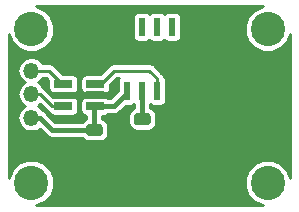
<source format=gtl>
G04 #@! TF.GenerationSoftware,KiCad,Pcbnew,(5.0.0)*
G04 #@! TF.CreationDate,2019-03-01T21:50:28+00:00*
G04 #@! TF.ProjectId,AS5600_I2C_v1,4153353630305F4932435F76312E6B69,rev?*
G04 #@! TF.SameCoordinates,Original*
G04 #@! TF.FileFunction,Copper,L1,Top,Signal*
G04 #@! TF.FilePolarity,Positive*
%FSLAX46Y46*%
G04 Gerber Fmt 4.6, Leading zero omitted, Abs format (unit mm)*
G04 Created by KiCad (PCBNEW (5.0.0)) date 03/01/19 21:50:28*
%MOMM*%
%LPD*%
G01*
G04 APERTURE LIST*
G04 #@! TA.AperFunction,WasherPad*
%ADD10C,2.900000*%
G04 #@! TD*
G04 #@! TA.AperFunction,ComponentPad*
%ADD11O,1.350000X1.350000*%
G04 #@! TD*
G04 #@! TA.AperFunction,ComponentPad*
%ADD12R,1.350000X1.350000*%
G04 #@! TD*
G04 #@! TA.AperFunction,SMDPad,CuDef*
%ADD13R,1.560000X0.650000*%
G04 #@! TD*
G04 #@! TA.AperFunction,Conductor*
%ADD14C,0.100000*%
G04 #@! TD*
G04 #@! TA.AperFunction,SMDPad,CuDef*
%ADD15C,0.975000*%
G04 #@! TD*
G04 #@! TA.AperFunction,SMDPad,CuDef*
%ADD16R,0.600000X1.550000*%
G04 #@! TD*
G04 #@! TA.AperFunction,Conductor*
%ADD17C,0.400000*%
G04 #@! TD*
G04 #@! TA.AperFunction,Conductor*
%ADD18C,0.250000*%
G04 #@! TD*
G04 #@! TA.AperFunction,Conductor*
%ADD19C,0.254000*%
G04 #@! TD*
G04 APERTURE END LIST*
D10*
G04 #@! TO.P,2.5mm ,*
G04 #@! TO.N,*
X172000000Y-59000000D03*
G04 #@! TD*
D11*
G04 #@! TO.P,J1,4*
G04 #@! TO.N,SDA*
X152000000Y-62500000D03*
G04 #@! TO.P,J1,3*
G04 #@! TO.N,SCL*
X152000000Y-64500000D03*
G04 #@! TO.P,J1,2*
G04 #@! TO.N,+5V*
X152000000Y-66500000D03*
D12*
G04 #@! TO.P,J1,1*
G04 #@! TO.N,GND*
X152000000Y-68500000D03*
G04 #@! TD*
D10*
G04 #@! TO.P,2.5mm ,*
G04 #@! TO.N,*
X152000000Y-59000000D03*
G04 #@! TD*
D13*
G04 #@! TO.P,U2,5*
G04 #@! TO.N,SCL*
X154714000Y-65530000D03*
G04 #@! TO.P,U2,4*
G04 #@! TO.N,SDA*
X154714000Y-63630000D03*
G04 #@! TO.P,U2,3*
G04 #@! TO.N,ANALOG*
X157414000Y-63630000D03*
G04 #@! TO.P,U2,2*
G04 #@! TO.N,GND*
X157414000Y-64580000D03*
G04 #@! TO.P,U2,1*
G04 #@! TO.N,+5V*
X157414000Y-65530000D03*
G04 #@! TD*
D14*
G04 #@! TO.N,Net-(C2-Pad1)*
G04 #@! TO.C,C2*
G36*
X161878142Y-66125674D02*
X161901803Y-66129184D01*
X161925007Y-66134996D01*
X161947529Y-66143054D01*
X161969153Y-66153282D01*
X161989670Y-66165579D01*
X162008883Y-66179829D01*
X162026607Y-66195893D01*
X162042671Y-66213617D01*
X162056921Y-66232830D01*
X162069218Y-66253347D01*
X162079446Y-66274971D01*
X162087504Y-66297493D01*
X162093316Y-66320697D01*
X162096826Y-66344358D01*
X162098000Y-66368250D01*
X162098000Y-66855750D01*
X162096826Y-66879642D01*
X162093316Y-66903303D01*
X162087504Y-66926507D01*
X162079446Y-66949029D01*
X162069218Y-66970653D01*
X162056921Y-66991170D01*
X162042671Y-67010383D01*
X162026607Y-67028107D01*
X162008883Y-67044171D01*
X161989670Y-67058421D01*
X161969153Y-67070718D01*
X161947529Y-67080946D01*
X161925007Y-67089004D01*
X161901803Y-67094816D01*
X161878142Y-67098326D01*
X161854250Y-67099500D01*
X160941750Y-67099500D01*
X160917858Y-67098326D01*
X160894197Y-67094816D01*
X160870993Y-67089004D01*
X160848471Y-67080946D01*
X160826847Y-67070718D01*
X160806330Y-67058421D01*
X160787117Y-67044171D01*
X160769393Y-67028107D01*
X160753329Y-67010383D01*
X160739079Y-66991170D01*
X160726782Y-66970653D01*
X160716554Y-66949029D01*
X160708496Y-66926507D01*
X160702684Y-66903303D01*
X160699174Y-66879642D01*
X160698000Y-66855750D01*
X160698000Y-66368250D01*
X160699174Y-66344358D01*
X160702684Y-66320697D01*
X160708496Y-66297493D01*
X160716554Y-66274971D01*
X160726782Y-66253347D01*
X160739079Y-66232830D01*
X160753329Y-66213617D01*
X160769393Y-66195893D01*
X160787117Y-66179829D01*
X160806330Y-66165579D01*
X160826847Y-66153282D01*
X160848471Y-66143054D01*
X160870993Y-66134996D01*
X160894197Y-66129184D01*
X160917858Y-66125674D01*
X160941750Y-66124500D01*
X161854250Y-66124500D01*
X161878142Y-66125674D01*
X161878142Y-66125674D01*
G37*
D15*
G04 #@! TD*
G04 #@! TO.P,C2,1*
G04 #@! TO.N,Net-(C2-Pad1)*
X161398000Y-66612000D03*
D14*
G04 #@! TO.N,GND*
G04 #@! TO.C,C2*
G36*
X161878142Y-68000674D02*
X161901803Y-68004184D01*
X161925007Y-68009996D01*
X161947529Y-68018054D01*
X161969153Y-68028282D01*
X161989670Y-68040579D01*
X162008883Y-68054829D01*
X162026607Y-68070893D01*
X162042671Y-68088617D01*
X162056921Y-68107830D01*
X162069218Y-68128347D01*
X162079446Y-68149971D01*
X162087504Y-68172493D01*
X162093316Y-68195697D01*
X162096826Y-68219358D01*
X162098000Y-68243250D01*
X162098000Y-68730750D01*
X162096826Y-68754642D01*
X162093316Y-68778303D01*
X162087504Y-68801507D01*
X162079446Y-68824029D01*
X162069218Y-68845653D01*
X162056921Y-68866170D01*
X162042671Y-68885383D01*
X162026607Y-68903107D01*
X162008883Y-68919171D01*
X161989670Y-68933421D01*
X161969153Y-68945718D01*
X161947529Y-68955946D01*
X161925007Y-68964004D01*
X161901803Y-68969816D01*
X161878142Y-68973326D01*
X161854250Y-68974500D01*
X160941750Y-68974500D01*
X160917858Y-68973326D01*
X160894197Y-68969816D01*
X160870993Y-68964004D01*
X160848471Y-68955946D01*
X160826847Y-68945718D01*
X160806330Y-68933421D01*
X160787117Y-68919171D01*
X160769393Y-68903107D01*
X160753329Y-68885383D01*
X160739079Y-68866170D01*
X160726782Y-68845653D01*
X160716554Y-68824029D01*
X160708496Y-68801507D01*
X160702684Y-68778303D01*
X160699174Y-68754642D01*
X160698000Y-68730750D01*
X160698000Y-68243250D01*
X160699174Y-68219358D01*
X160702684Y-68195697D01*
X160708496Y-68172493D01*
X160716554Y-68149971D01*
X160726782Y-68128347D01*
X160739079Y-68107830D01*
X160753329Y-68088617D01*
X160769393Y-68070893D01*
X160787117Y-68054829D01*
X160806330Y-68040579D01*
X160826847Y-68028282D01*
X160848471Y-68018054D01*
X160870993Y-68009996D01*
X160894197Y-68004184D01*
X160917858Y-68000674D01*
X160941750Y-67999500D01*
X161854250Y-67999500D01*
X161878142Y-68000674D01*
X161878142Y-68000674D01*
G37*
D15*
G04 #@! TD*
G04 #@! TO.P,C2,2*
G04 #@! TO.N,GND*
X161398000Y-68487000D03*
D14*
G04 #@! TO.N,+5V*
G04 #@! TO.C,C1*
G36*
X157814142Y-67044674D02*
X157837803Y-67048184D01*
X157861007Y-67053996D01*
X157883529Y-67062054D01*
X157905153Y-67072282D01*
X157925670Y-67084579D01*
X157944883Y-67098829D01*
X157962607Y-67114893D01*
X157978671Y-67132617D01*
X157992921Y-67151830D01*
X158005218Y-67172347D01*
X158015446Y-67193971D01*
X158023504Y-67216493D01*
X158029316Y-67239697D01*
X158032826Y-67263358D01*
X158034000Y-67287250D01*
X158034000Y-67774750D01*
X158032826Y-67798642D01*
X158029316Y-67822303D01*
X158023504Y-67845507D01*
X158015446Y-67868029D01*
X158005218Y-67889653D01*
X157992921Y-67910170D01*
X157978671Y-67929383D01*
X157962607Y-67947107D01*
X157944883Y-67963171D01*
X157925670Y-67977421D01*
X157905153Y-67989718D01*
X157883529Y-67999946D01*
X157861007Y-68008004D01*
X157837803Y-68013816D01*
X157814142Y-68017326D01*
X157790250Y-68018500D01*
X156877750Y-68018500D01*
X156853858Y-68017326D01*
X156830197Y-68013816D01*
X156806993Y-68008004D01*
X156784471Y-67999946D01*
X156762847Y-67989718D01*
X156742330Y-67977421D01*
X156723117Y-67963171D01*
X156705393Y-67947107D01*
X156689329Y-67929383D01*
X156675079Y-67910170D01*
X156662782Y-67889653D01*
X156652554Y-67868029D01*
X156644496Y-67845507D01*
X156638684Y-67822303D01*
X156635174Y-67798642D01*
X156634000Y-67774750D01*
X156634000Y-67287250D01*
X156635174Y-67263358D01*
X156638684Y-67239697D01*
X156644496Y-67216493D01*
X156652554Y-67193971D01*
X156662782Y-67172347D01*
X156675079Y-67151830D01*
X156689329Y-67132617D01*
X156705393Y-67114893D01*
X156723117Y-67098829D01*
X156742330Y-67084579D01*
X156762847Y-67072282D01*
X156784471Y-67062054D01*
X156806993Y-67053996D01*
X156830197Y-67048184D01*
X156853858Y-67044674D01*
X156877750Y-67043500D01*
X157790250Y-67043500D01*
X157814142Y-67044674D01*
X157814142Y-67044674D01*
G37*
D15*
G04 #@! TD*
G04 #@! TO.P,C1,1*
G04 #@! TO.N,+5V*
X157334000Y-67531000D03*
D14*
G04 #@! TO.N,GND*
G04 #@! TO.C,C1*
G36*
X157814142Y-68919674D02*
X157837803Y-68923184D01*
X157861007Y-68928996D01*
X157883529Y-68937054D01*
X157905153Y-68947282D01*
X157925670Y-68959579D01*
X157944883Y-68973829D01*
X157962607Y-68989893D01*
X157978671Y-69007617D01*
X157992921Y-69026830D01*
X158005218Y-69047347D01*
X158015446Y-69068971D01*
X158023504Y-69091493D01*
X158029316Y-69114697D01*
X158032826Y-69138358D01*
X158034000Y-69162250D01*
X158034000Y-69649750D01*
X158032826Y-69673642D01*
X158029316Y-69697303D01*
X158023504Y-69720507D01*
X158015446Y-69743029D01*
X158005218Y-69764653D01*
X157992921Y-69785170D01*
X157978671Y-69804383D01*
X157962607Y-69822107D01*
X157944883Y-69838171D01*
X157925670Y-69852421D01*
X157905153Y-69864718D01*
X157883529Y-69874946D01*
X157861007Y-69883004D01*
X157837803Y-69888816D01*
X157814142Y-69892326D01*
X157790250Y-69893500D01*
X156877750Y-69893500D01*
X156853858Y-69892326D01*
X156830197Y-69888816D01*
X156806993Y-69883004D01*
X156784471Y-69874946D01*
X156762847Y-69864718D01*
X156742330Y-69852421D01*
X156723117Y-69838171D01*
X156705393Y-69822107D01*
X156689329Y-69804383D01*
X156675079Y-69785170D01*
X156662782Y-69764653D01*
X156652554Y-69743029D01*
X156644496Y-69720507D01*
X156638684Y-69697303D01*
X156635174Y-69673642D01*
X156634000Y-69649750D01*
X156634000Y-69162250D01*
X156635174Y-69138358D01*
X156638684Y-69114697D01*
X156644496Y-69091493D01*
X156652554Y-69068971D01*
X156662782Y-69047347D01*
X156675079Y-69026830D01*
X156689329Y-69007617D01*
X156705393Y-68989893D01*
X156723117Y-68973829D01*
X156742330Y-68959579D01*
X156762847Y-68947282D01*
X156784471Y-68937054D01*
X156806993Y-68928996D01*
X156830197Y-68923184D01*
X156853858Y-68919674D01*
X156877750Y-68918500D01*
X157790250Y-68918500D01*
X157814142Y-68919674D01*
X157814142Y-68919674D01*
G37*
D15*
G04 #@! TD*
G04 #@! TO.P,C1,2*
G04 #@! TO.N,GND*
X157334000Y-69406000D03*
D16*
G04 #@! TO.P,AS5600,8*
G04 #@! TO.N,GND*
X160095000Y-58800000D03*
G04 #@! TO.P,AS5600,7*
G04 #@! TO.N,N/C*
X161365000Y-58800000D03*
G04 #@! TO.P,AS5600,6*
X162635000Y-58800000D03*
G04 #@! TO.P,AS5600,5*
X163905000Y-58800000D03*
G04 #@! TO.P,AS5600,4*
G04 #@! TO.N,GND*
X163905000Y-64200000D03*
G04 #@! TO.P,AS5600,3*
G04 #@! TO.N,ANALOG*
X162635000Y-64200000D03*
G04 #@! TO.P,AS5600,2*
G04 #@! TO.N,Net-(C2-Pad1)*
X161365000Y-64200000D03*
G04 #@! TO.P,AS5600,1*
G04 #@! TO.N,+5V*
X160095000Y-64200000D03*
G04 #@! TD*
D10*
G04 #@! TO.P,2.5mm ,*
G04 #@! TO.N,*
X172000000Y-72000000D03*
G04 #@! TD*
G04 #@! TO.P,2.5mm ,*
G04 #@! TO.N,*
X152000000Y-72000000D03*
G04 #@! TD*
D17*
G04 #@! TO.N,+5V*
X158970000Y-65530000D02*
X157414000Y-65530000D01*
X160095000Y-64200000D02*
X160095000Y-64405000D01*
X160095000Y-64405000D02*
X158970000Y-65530000D01*
X157334000Y-65610000D02*
X157414000Y-65530000D01*
X157334000Y-67531000D02*
X157334000Y-65610000D01*
X152750000Y-66500000D02*
X152000000Y-66500000D01*
X153750000Y-67500000D02*
X152750000Y-66500000D01*
X157334000Y-67531000D02*
X157303000Y-67500000D01*
X157303000Y-67500000D02*
X153750000Y-67500000D01*
G04 #@! TO.N,Net-(C2-Pad1)*
X161398000Y-64233000D02*
X161365000Y-64200000D01*
X161398000Y-66612000D02*
X161398000Y-64233000D01*
D18*
G04 #@! TO.N,SDA*
X154584000Y-63500000D02*
X154714000Y-63630000D01*
X153500000Y-62500000D02*
X152000000Y-62500000D01*
X154714000Y-63630000D02*
X154630000Y-63630000D01*
X154630000Y-63630000D02*
X153500000Y-62500000D01*
G04 #@! TO.N,SCL*
X153780000Y-65530000D02*
X154714000Y-65530000D01*
X152000000Y-64500000D02*
X152750000Y-64500000D01*
X152750000Y-64500000D02*
X153780000Y-65530000D01*
G04 #@! TO.N,ANALOG*
X162635000Y-63135000D02*
X162635000Y-64200000D01*
X162000000Y-62500000D02*
X162635000Y-63135000D01*
X158999000Y-62500000D02*
X162000000Y-62500000D01*
X157414000Y-63630000D02*
X157869000Y-63630000D01*
X157869000Y-63630000D02*
X158999000Y-62500000D01*
G04 #@! TD*
D19*
G04 #@! TO.N,GND*
G36*
X170908442Y-57366368D02*
X170366368Y-57908442D01*
X170073000Y-58616696D01*
X170073000Y-59383304D01*
X170366368Y-60091558D01*
X170908442Y-60633632D01*
X171616696Y-60927000D01*
X172383304Y-60927000D01*
X173091558Y-60633632D01*
X173633632Y-60091558D01*
X173923001Y-59392959D01*
X173923000Y-71607039D01*
X173633632Y-70908442D01*
X173091558Y-70366368D01*
X172383304Y-70073000D01*
X171616696Y-70073000D01*
X170908442Y-70366368D01*
X170366368Y-70908442D01*
X170073000Y-71616696D01*
X170073000Y-72383304D01*
X170366368Y-73091558D01*
X170908442Y-73633632D01*
X171607039Y-73923000D01*
X152392961Y-73923000D01*
X153091558Y-73633632D01*
X153633632Y-73091558D01*
X153927000Y-72383304D01*
X153927000Y-71616696D01*
X153633632Y-70908442D01*
X153091558Y-70366368D01*
X152383304Y-70073000D01*
X151616696Y-70073000D01*
X150908442Y-70366368D01*
X150366368Y-70908442D01*
X150077000Y-71607039D01*
X150077000Y-62500000D01*
X150825431Y-62500000D01*
X150914840Y-62949488D01*
X151169454Y-63330546D01*
X151423061Y-63500000D01*
X151169454Y-63669454D01*
X150914840Y-64050512D01*
X150825431Y-64500000D01*
X150914840Y-64949488D01*
X151169454Y-65330546D01*
X151423061Y-65500000D01*
X151169454Y-65669454D01*
X150914840Y-66050512D01*
X150825431Y-66500000D01*
X150914840Y-66949488D01*
X151169454Y-67330546D01*
X151550512Y-67585160D01*
X151886538Y-67652000D01*
X152113462Y-67652000D01*
X152449488Y-67585160D01*
X152706206Y-67413627D01*
X153224139Y-67931562D01*
X153261910Y-67988090D01*
X153318437Y-68025860D01*
X153485847Y-68137720D01*
X153750000Y-68190263D01*
X153816678Y-68177000D01*
X156285321Y-68177000D01*
X156361496Y-68291004D01*
X156598355Y-68449269D01*
X156877750Y-68504844D01*
X157790250Y-68504844D01*
X158069645Y-68449269D01*
X158306504Y-68291004D01*
X158464769Y-68054145D01*
X158520344Y-67774750D01*
X158520344Y-67287250D01*
X158464769Y-67007855D01*
X158306504Y-66770996D01*
X158069645Y-66612731D01*
X158011000Y-66601066D01*
X158011000Y-66341344D01*
X158194000Y-66341344D01*
X158380116Y-66304323D01*
X158525770Y-66207000D01*
X158903324Y-66207000D01*
X158970000Y-66220263D01*
X159036676Y-66207000D01*
X159036678Y-66207000D01*
X159234152Y-66167720D01*
X159458090Y-66018090D01*
X159495864Y-65961557D01*
X159996078Y-65461344D01*
X160395000Y-65461344D01*
X160581116Y-65424323D01*
X160721001Y-65330855D01*
X160721000Y-65682066D01*
X160662355Y-65693731D01*
X160425496Y-65851996D01*
X160267231Y-66088855D01*
X160211656Y-66368250D01*
X160211656Y-66855750D01*
X160267231Y-67135145D01*
X160425496Y-67372004D01*
X160662355Y-67530269D01*
X160941750Y-67585844D01*
X161854250Y-67585844D01*
X162133645Y-67530269D01*
X162370504Y-67372004D01*
X162528769Y-67135145D01*
X162584344Y-66855750D01*
X162584344Y-66368250D01*
X162528769Y-66088855D01*
X162370504Y-65851996D01*
X162133645Y-65693731D01*
X162075000Y-65682066D01*
X162075000Y-65374955D01*
X162148884Y-65424323D01*
X162335000Y-65461344D01*
X162935000Y-65461344D01*
X163121116Y-65424323D01*
X163278897Y-65318897D01*
X163384323Y-65161116D01*
X163421344Y-64975000D01*
X163421344Y-63425000D01*
X163384323Y-63238884D01*
X163278897Y-63081103D01*
X163231815Y-63049644D01*
X163202071Y-62900112D01*
X163147644Y-62818656D01*
X163102601Y-62751244D01*
X163102599Y-62751242D01*
X163069017Y-62700983D01*
X163018758Y-62667401D01*
X162467601Y-62116245D01*
X162434017Y-62065983D01*
X162234888Y-61932929D01*
X162059288Y-61898000D01*
X162059283Y-61898000D01*
X162000000Y-61886208D01*
X161940717Y-61898000D01*
X159058282Y-61898000D01*
X158998999Y-61886208D01*
X158939716Y-61898000D01*
X158939712Y-61898000D01*
X158764112Y-61932929D01*
X158764111Y-61932930D01*
X158764110Y-61932930D01*
X158695282Y-61978920D01*
X158564983Y-62065983D01*
X158531399Y-62116245D01*
X157828988Y-62818656D01*
X156634000Y-62818656D01*
X156447884Y-62855677D01*
X156290103Y-62961103D01*
X156184677Y-63118884D01*
X156147656Y-63305000D01*
X156147656Y-63955000D01*
X156184677Y-64141116D01*
X156290103Y-64298897D01*
X156447884Y-64404323D01*
X156634000Y-64441344D01*
X158194000Y-64441344D01*
X158380116Y-64404323D01*
X158537897Y-64298897D01*
X158643323Y-64141116D01*
X158680344Y-63955000D01*
X158680344Y-63670012D01*
X159248356Y-63102000D01*
X159437140Y-63102000D01*
X159345677Y-63238884D01*
X159308656Y-63425000D01*
X159308656Y-64233922D01*
X158689579Y-64853000D01*
X158525770Y-64853000D01*
X158380116Y-64755677D01*
X158194000Y-64718656D01*
X156634000Y-64718656D01*
X156447884Y-64755677D01*
X156290103Y-64861103D01*
X156184677Y-65018884D01*
X156147656Y-65205000D01*
X156147656Y-65855000D01*
X156184677Y-66041116D01*
X156290103Y-66198897D01*
X156447884Y-66304323D01*
X156634000Y-66341344D01*
X156657001Y-66341344D01*
X156657000Y-66601066D01*
X156598355Y-66612731D01*
X156361496Y-66770996D01*
X156326748Y-66823000D01*
X154030423Y-66823000D01*
X153275864Y-66068442D01*
X153238090Y-66011910D01*
X153014152Y-65862280D01*
X152950994Y-65849717D01*
X152830546Y-65669454D01*
X152576939Y-65500000D01*
X152769787Y-65371144D01*
X153312401Y-65913758D01*
X153345983Y-65964017D01*
X153396242Y-65997599D01*
X153396244Y-65997601D01*
X153475432Y-66050512D01*
X153503476Y-66069251D01*
X153590103Y-66198897D01*
X153747884Y-66304323D01*
X153934000Y-66341344D01*
X155494000Y-66341344D01*
X155680116Y-66304323D01*
X155837897Y-66198897D01*
X155943323Y-66041116D01*
X155980344Y-65855000D01*
X155980344Y-65205000D01*
X155943323Y-65018884D01*
X155837897Y-64861103D01*
X155680116Y-64755677D01*
X155494000Y-64718656D01*
X153934000Y-64718656D01*
X153838924Y-64737568D01*
X153217601Y-64116245D01*
X153184017Y-64065983D01*
X153024101Y-63959130D01*
X152830546Y-63669454D01*
X152576939Y-63500000D01*
X152830546Y-63330546D01*
X152983255Y-63102000D01*
X153250644Y-63102000D01*
X153448649Y-63300005D01*
X153447656Y-63305000D01*
X153447656Y-63955000D01*
X153484677Y-64141116D01*
X153590103Y-64298897D01*
X153747884Y-64404323D01*
X153934000Y-64441344D01*
X155494000Y-64441344D01*
X155680116Y-64404323D01*
X155837897Y-64298897D01*
X155943323Y-64141116D01*
X155980344Y-63955000D01*
X155980344Y-63305000D01*
X155943323Y-63118884D01*
X155837897Y-62961103D01*
X155680116Y-62855677D01*
X155494000Y-62818656D01*
X154670012Y-62818656D01*
X153967601Y-62116245D01*
X153934017Y-62065983D01*
X153734888Y-61932929D01*
X153559288Y-61898000D01*
X153559283Y-61898000D01*
X153500000Y-61886208D01*
X153440717Y-61898000D01*
X152983255Y-61898000D01*
X152830546Y-61669454D01*
X152449488Y-61414840D01*
X152113462Y-61348000D01*
X151886538Y-61348000D01*
X151550512Y-61414840D01*
X151169454Y-61669454D01*
X150914840Y-62050512D01*
X150825431Y-62500000D01*
X150077000Y-62500000D01*
X150077000Y-59392961D01*
X150366368Y-60091558D01*
X150908442Y-60633632D01*
X151616696Y-60927000D01*
X152383304Y-60927000D01*
X153091558Y-60633632D01*
X153633632Y-60091558D01*
X153927000Y-59383304D01*
X153927000Y-58616696D01*
X153681912Y-58025000D01*
X160578656Y-58025000D01*
X160578656Y-59575000D01*
X160615677Y-59761116D01*
X160721103Y-59918897D01*
X160878884Y-60024323D01*
X161065000Y-60061344D01*
X161665000Y-60061344D01*
X161851116Y-60024323D01*
X162000000Y-59924842D01*
X162148884Y-60024323D01*
X162335000Y-60061344D01*
X162935000Y-60061344D01*
X163121116Y-60024323D01*
X163270000Y-59924842D01*
X163418884Y-60024323D01*
X163605000Y-60061344D01*
X164205000Y-60061344D01*
X164391116Y-60024323D01*
X164548897Y-59918897D01*
X164654323Y-59761116D01*
X164691344Y-59575000D01*
X164691344Y-58025000D01*
X164654323Y-57838884D01*
X164548897Y-57681103D01*
X164391116Y-57575677D01*
X164205000Y-57538656D01*
X163605000Y-57538656D01*
X163418884Y-57575677D01*
X163270000Y-57675158D01*
X163121116Y-57575677D01*
X162935000Y-57538656D01*
X162335000Y-57538656D01*
X162148884Y-57575677D01*
X162000000Y-57675158D01*
X161851116Y-57575677D01*
X161665000Y-57538656D01*
X161065000Y-57538656D01*
X160878884Y-57575677D01*
X160721103Y-57681103D01*
X160615677Y-57838884D01*
X160578656Y-58025000D01*
X153681912Y-58025000D01*
X153633632Y-57908442D01*
X153091558Y-57366368D01*
X152392961Y-57077000D01*
X171607039Y-57077000D01*
X170908442Y-57366368D01*
X170908442Y-57366368D01*
G37*
X170908442Y-57366368D02*
X170366368Y-57908442D01*
X170073000Y-58616696D01*
X170073000Y-59383304D01*
X170366368Y-60091558D01*
X170908442Y-60633632D01*
X171616696Y-60927000D01*
X172383304Y-60927000D01*
X173091558Y-60633632D01*
X173633632Y-60091558D01*
X173923001Y-59392959D01*
X173923000Y-71607039D01*
X173633632Y-70908442D01*
X173091558Y-70366368D01*
X172383304Y-70073000D01*
X171616696Y-70073000D01*
X170908442Y-70366368D01*
X170366368Y-70908442D01*
X170073000Y-71616696D01*
X170073000Y-72383304D01*
X170366368Y-73091558D01*
X170908442Y-73633632D01*
X171607039Y-73923000D01*
X152392961Y-73923000D01*
X153091558Y-73633632D01*
X153633632Y-73091558D01*
X153927000Y-72383304D01*
X153927000Y-71616696D01*
X153633632Y-70908442D01*
X153091558Y-70366368D01*
X152383304Y-70073000D01*
X151616696Y-70073000D01*
X150908442Y-70366368D01*
X150366368Y-70908442D01*
X150077000Y-71607039D01*
X150077000Y-62500000D01*
X150825431Y-62500000D01*
X150914840Y-62949488D01*
X151169454Y-63330546D01*
X151423061Y-63500000D01*
X151169454Y-63669454D01*
X150914840Y-64050512D01*
X150825431Y-64500000D01*
X150914840Y-64949488D01*
X151169454Y-65330546D01*
X151423061Y-65500000D01*
X151169454Y-65669454D01*
X150914840Y-66050512D01*
X150825431Y-66500000D01*
X150914840Y-66949488D01*
X151169454Y-67330546D01*
X151550512Y-67585160D01*
X151886538Y-67652000D01*
X152113462Y-67652000D01*
X152449488Y-67585160D01*
X152706206Y-67413627D01*
X153224139Y-67931562D01*
X153261910Y-67988090D01*
X153318437Y-68025860D01*
X153485847Y-68137720D01*
X153750000Y-68190263D01*
X153816678Y-68177000D01*
X156285321Y-68177000D01*
X156361496Y-68291004D01*
X156598355Y-68449269D01*
X156877750Y-68504844D01*
X157790250Y-68504844D01*
X158069645Y-68449269D01*
X158306504Y-68291004D01*
X158464769Y-68054145D01*
X158520344Y-67774750D01*
X158520344Y-67287250D01*
X158464769Y-67007855D01*
X158306504Y-66770996D01*
X158069645Y-66612731D01*
X158011000Y-66601066D01*
X158011000Y-66341344D01*
X158194000Y-66341344D01*
X158380116Y-66304323D01*
X158525770Y-66207000D01*
X158903324Y-66207000D01*
X158970000Y-66220263D01*
X159036676Y-66207000D01*
X159036678Y-66207000D01*
X159234152Y-66167720D01*
X159458090Y-66018090D01*
X159495864Y-65961557D01*
X159996078Y-65461344D01*
X160395000Y-65461344D01*
X160581116Y-65424323D01*
X160721001Y-65330855D01*
X160721000Y-65682066D01*
X160662355Y-65693731D01*
X160425496Y-65851996D01*
X160267231Y-66088855D01*
X160211656Y-66368250D01*
X160211656Y-66855750D01*
X160267231Y-67135145D01*
X160425496Y-67372004D01*
X160662355Y-67530269D01*
X160941750Y-67585844D01*
X161854250Y-67585844D01*
X162133645Y-67530269D01*
X162370504Y-67372004D01*
X162528769Y-67135145D01*
X162584344Y-66855750D01*
X162584344Y-66368250D01*
X162528769Y-66088855D01*
X162370504Y-65851996D01*
X162133645Y-65693731D01*
X162075000Y-65682066D01*
X162075000Y-65374955D01*
X162148884Y-65424323D01*
X162335000Y-65461344D01*
X162935000Y-65461344D01*
X163121116Y-65424323D01*
X163278897Y-65318897D01*
X163384323Y-65161116D01*
X163421344Y-64975000D01*
X163421344Y-63425000D01*
X163384323Y-63238884D01*
X163278897Y-63081103D01*
X163231815Y-63049644D01*
X163202071Y-62900112D01*
X163147644Y-62818656D01*
X163102601Y-62751244D01*
X163102599Y-62751242D01*
X163069017Y-62700983D01*
X163018758Y-62667401D01*
X162467601Y-62116245D01*
X162434017Y-62065983D01*
X162234888Y-61932929D01*
X162059288Y-61898000D01*
X162059283Y-61898000D01*
X162000000Y-61886208D01*
X161940717Y-61898000D01*
X159058282Y-61898000D01*
X158998999Y-61886208D01*
X158939716Y-61898000D01*
X158939712Y-61898000D01*
X158764112Y-61932929D01*
X158764111Y-61932930D01*
X158764110Y-61932930D01*
X158695282Y-61978920D01*
X158564983Y-62065983D01*
X158531399Y-62116245D01*
X157828988Y-62818656D01*
X156634000Y-62818656D01*
X156447884Y-62855677D01*
X156290103Y-62961103D01*
X156184677Y-63118884D01*
X156147656Y-63305000D01*
X156147656Y-63955000D01*
X156184677Y-64141116D01*
X156290103Y-64298897D01*
X156447884Y-64404323D01*
X156634000Y-64441344D01*
X158194000Y-64441344D01*
X158380116Y-64404323D01*
X158537897Y-64298897D01*
X158643323Y-64141116D01*
X158680344Y-63955000D01*
X158680344Y-63670012D01*
X159248356Y-63102000D01*
X159437140Y-63102000D01*
X159345677Y-63238884D01*
X159308656Y-63425000D01*
X159308656Y-64233922D01*
X158689579Y-64853000D01*
X158525770Y-64853000D01*
X158380116Y-64755677D01*
X158194000Y-64718656D01*
X156634000Y-64718656D01*
X156447884Y-64755677D01*
X156290103Y-64861103D01*
X156184677Y-65018884D01*
X156147656Y-65205000D01*
X156147656Y-65855000D01*
X156184677Y-66041116D01*
X156290103Y-66198897D01*
X156447884Y-66304323D01*
X156634000Y-66341344D01*
X156657001Y-66341344D01*
X156657000Y-66601066D01*
X156598355Y-66612731D01*
X156361496Y-66770996D01*
X156326748Y-66823000D01*
X154030423Y-66823000D01*
X153275864Y-66068442D01*
X153238090Y-66011910D01*
X153014152Y-65862280D01*
X152950994Y-65849717D01*
X152830546Y-65669454D01*
X152576939Y-65500000D01*
X152769787Y-65371144D01*
X153312401Y-65913758D01*
X153345983Y-65964017D01*
X153396242Y-65997599D01*
X153396244Y-65997601D01*
X153475432Y-66050512D01*
X153503476Y-66069251D01*
X153590103Y-66198897D01*
X153747884Y-66304323D01*
X153934000Y-66341344D01*
X155494000Y-66341344D01*
X155680116Y-66304323D01*
X155837897Y-66198897D01*
X155943323Y-66041116D01*
X155980344Y-65855000D01*
X155980344Y-65205000D01*
X155943323Y-65018884D01*
X155837897Y-64861103D01*
X155680116Y-64755677D01*
X155494000Y-64718656D01*
X153934000Y-64718656D01*
X153838924Y-64737568D01*
X153217601Y-64116245D01*
X153184017Y-64065983D01*
X153024101Y-63959130D01*
X152830546Y-63669454D01*
X152576939Y-63500000D01*
X152830546Y-63330546D01*
X152983255Y-63102000D01*
X153250644Y-63102000D01*
X153448649Y-63300005D01*
X153447656Y-63305000D01*
X153447656Y-63955000D01*
X153484677Y-64141116D01*
X153590103Y-64298897D01*
X153747884Y-64404323D01*
X153934000Y-64441344D01*
X155494000Y-64441344D01*
X155680116Y-64404323D01*
X155837897Y-64298897D01*
X155943323Y-64141116D01*
X155980344Y-63955000D01*
X155980344Y-63305000D01*
X155943323Y-63118884D01*
X155837897Y-62961103D01*
X155680116Y-62855677D01*
X155494000Y-62818656D01*
X154670012Y-62818656D01*
X153967601Y-62116245D01*
X153934017Y-62065983D01*
X153734888Y-61932929D01*
X153559288Y-61898000D01*
X153559283Y-61898000D01*
X153500000Y-61886208D01*
X153440717Y-61898000D01*
X152983255Y-61898000D01*
X152830546Y-61669454D01*
X152449488Y-61414840D01*
X152113462Y-61348000D01*
X151886538Y-61348000D01*
X151550512Y-61414840D01*
X151169454Y-61669454D01*
X150914840Y-62050512D01*
X150825431Y-62500000D01*
X150077000Y-62500000D01*
X150077000Y-59392961D01*
X150366368Y-60091558D01*
X150908442Y-60633632D01*
X151616696Y-60927000D01*
X152383304Y-60927000D01*
X153091558Y-60633632D01*
X153633632Y-60091558D01*
X153927000Y-59383304D01*
X153927000Y-58616696D01*
X153681912Y-58025000D01*
X160578656Y-58025000D01*
X160578656Y-59575000D01*
X160615677Y-59761116D01*
X160721103Y-59918897D01*
X160878884Y-60024323D01*
X161065000Y-60061344D01*
X161665000Y-60061344D01*
X161851116Y-60024323D01*
X162000000Y-59924842D01*
X162148884Y-60024323D01*
X162335000Y-60061344D01*
X162935000Y-60061344D01*
X163121116Y-60024323D01*
X163270000Y-59924842D01*
X163418884Y-60024323D01*
X163605000Y-60061344D01*
X164205000Y-60061344D01*
X164391116Y-60024323D01*
X164548897Y-59918897D01*
X164654323Y-59761116D01*
X164691344Y-59575000D01*
X164691344Y-58025000D01*
X164654323Y-57838884D01*
X164548897Y-57681103D01*
X164391116Y-57575677D01*
X164205000Y-57538656D01*
X163605000Y-57538656D01*
X163418884Y-57575677D01*
X163270000Y-57675158D01*
X163121116Y-57575677D01*
X162935000Y-57538656D01*
X162335000Y-57538656D01*
X162148884Y-57575677D01*
X162000000Y-57675158D01*
X161851116Y-57575677D01*
X161665000Y-57538656D01*
X161065000Y-57538656D01*
X160878884Y-57575677D01*
X160721103Y-57681103D01*
X160615677Y-57838884D01*
X160578656Y-58025000D01*
X153681912Y-58025000D01*
X153633632Y-57908442D01*
X153091558Y-57366368D01*
X152392961Y-57077000D01*
X171607039Y-57077000D01*
X170908442Y-57366368D01*
G04 #@! TD*
M02*

</source>
